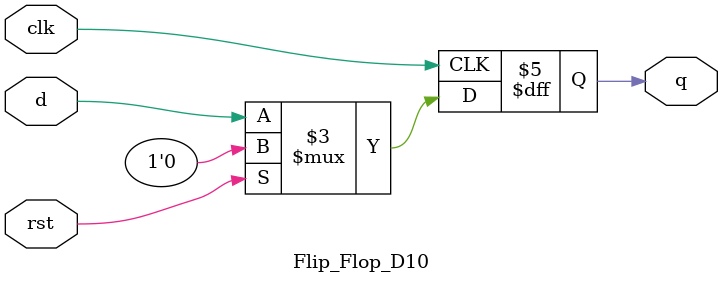
<source format=v>
`timescale 1ns / 1ps
module Flip_Flop_D10(
    input clk,
    input d,
    input rst,
    output reg q
    );

	 always @(posedge clk)
	 if (rst) 
	 q <= 0;
	 else
	 q <= d;


endmodule

</source>
